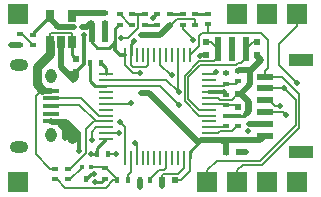
<source format=gtl>
G04 #@! TF.FileFunction,Copper,L1,Top,Signal*
%FSLAX46Y46*%
G04 Gerber Fmt 4.6, Leading zero omitted, Abs format (unit mm)*
G04 Created by KiCad (PCBNEW 4.0.5) date 04/21/17 20:31:44*
%MOMM*%
%LPD*%
G01*
G04 APERTURE LIST*
%ADD10C,0.100000*%
%ADD11R,0.500000X0.600000*%
%ADD12R,0.600000X0.500000*%
%ADD13R,0.600000X0.400000*%
%ADD14R,1.350000X0.400000*%
%ADD15O,0.950000X1.250000*%
%ADD16O,1.550000X1.000000*%
%ADD17R,1.700000X1.700000*%
%ADD18R,0.320000X0.400000*%
%ADD19R,0.420000X0.500000*%
%ADD20R,0.400000X0.600000*%
%ADD21R,0.650000X1.060000*%
%ADD22R,1.300000X0.250000*%
%ADD23R,0.250000X1.300000*%
%ADD24R,0.500000X2.000000*%
%ADD25R,1.400000X0.600000*%
%ADD26R,2.000000X1.000000*%
%ADD27C,0.500000*%
%ADD28C,0.508000*%
%ADD29C,0.300000*%
%ADD30C,0.254000*%
%ADD31C,0.152000*%
%ADD32C,0.762000*%
%ADD33C,0.200000*%
G04 APERTURE END LIST*
D10*
D11*
X141782800Y-79879100D03*
X141782800Y-80979100D03*
D12*
X143087000Y-78168500D03*
X144187000Y-78168500D03*
X154424200Y-87744300D03*
X155524200Y-87744300D03*
X150156000Y-90098880D03*
X149056000Y-90098880D03*
D11*
X155473400Y-83874700D03*
X155473400Y-82774700D03*
X152796240Y-78418600D03*
X152796240Y-79518600D03*
X157068520Y-78421140D03*
X157068520Y-79521140D03*
D13*
X149733000Y-76052260D03*
X149733000Y-76952260D03*
X151858980Y-76037020D03*
X151858980Y-76937020D03*
X138074400Y-78696820D03*
X138074400Y-77796820D03*
X147584160Y-76954800D03*
X147584160Y-76054800D03*
X145448020Y-76052260D03*
X145448020Y-76952260D03*
D14*
X139664880Y-82524180D03*
X139664880Y-83174180D03*
X139664880Y-83824180D03*
X139664880Y-84474180D03*
X139664880Y-85124180D03*
D15*
X139664880Y-81324180D03*
X139664880Y-86324180D03*
D16*
X136964880Y-80324180D03*
X136964880Y-87324180D03*
D17*
X136880600Y-76060300D03*
X136880600Y-90284300D03*
D18*
X143021000Y-89004900D03*
X142221000Y-89004900D03*
D19*
X142621000Y-90004900D03*
D13*
X150804880Y-76042100D03*
X150804880Y-76942100D03*
X152908000Y-76024320D03*
X152908000Y-76924320D03*
X137007600Y-77769300D03*
X137007600Y-78669300D03*
X154470100Y-82856920D03*
X154470100Y-83756920D03*
X154452320Y-81945900D03*
X154452320Y-81045900D03*
X155491180Y-80842700D03*
X155491180Y-81742700D03*
X148645880Y-76954800D03*
X148645880Y-76054800D03*
X155506420Y-85545080D03*
X155506420Y-84645080D03*
X154434540Y-85537460D03*
X154434540Y-84637460D03*
X146502120Y-76952260D03*
X146502120Y-76052260D03*
D20*
X147146860Y-90114120D03*
X148046860Y-90114120D03*
X143524400Y-87896700D03*
X144424400Y-87896700D03*
X143840620Y-80154780D03*
X142940620Y-80154780D03*
D13*
X141097000Y-89123100D03*
X141097000Y-90023100D03*
D20*
X146154560Y-90109040D03*
X145254560Y-90109040D03*
D13*
X140004800Y-89123100D03*
X140004800Y-90023100D03*
X144170400Y-89972300D03*
X144170400Y-89072300D03*
X144221200Y-76815100D03*
X144221200Y-75915100D03*
X143027400Y-76815100D03*
X143027400Y-75915100D03*
D21*
X139527240Y-78389660D03*
X140477240Y-78389660D03*
X141427240Y-78389660D03*
X141427240Y-76189660D03*
X139527240Y-76189660D03*
D22*
X152986740Y-86635980D03*
X152986740Y-86135980D03*
X152986740Y-85635980D03*
X152986740Y-85135980D03*
X152986740Y-84635980D03*
X152986740Y-84135980D03*
X152986740Y-83635980D03*
X152986740Y-83135980D03*
X152986740Y-82635980D03*
X152986740Y-82135980D03*
X152986740Y-81635980D03*
X152986740Y-81135980D03*
D23*
X151386740Y-79535980D03*
X150886740Y-79535980D03*
X150386740Y-79535980D03*
X149886740Y-79535980D03*
X149386740Y-79535980D03*
X148886740Y-79535980D03*
X148386740Y-79535980D03*
X147886740Y-79535980D03*
X147386740Y-79535980D03*
X146886740Y-79535980D03*
X146386740Y-79535980D03*
X145886740Y-79535980D03*
D22*
X144286740Y-81135980D03*
X144286740Y-81635980D03*
X144286740Y-82135980D03*
X144286740Y-82635980D03*
X144286740Y-83135980D03*
X144286740Y-83635980D03*
X144286740Y-84135980D03*
X144286740Y-84635980D03*
X144286740Y-85135980D03*
X144286740Y-85635980D03*
X144286740Y-86135980D03*
X144286740Y-86635980D03*
D23*
X145886740Y-88235980D03*
X146386740Y-88235980D03*
X146886740Y-88235980D03*
X147386740Y-88235980D03*
X147886740Y-88235980D03*
X148386740Y-88235980D03*
X148886740Y-88235980D03*
X149386740Y-88235980D03*
X149886740Y-88235980D03*
X150386740Y-88235980D03*
X150886740Y-88235980D03*
X151386740Y-88235980D03*
D24*
X153740000Y-78999080D03*
X154940000Y-78999080D03*
X156140000Y-78999080D03*
D25*
X157715820Y-86335240D03*
X157715820Y-85335240D03*
X157715820Y-84335240D03*
X157715820Y-83335240D03*
X157715820Y-82335240D03*
X157715820Y-81335240D03*
D26*
X160840820Y-79935240D03*
X160840820Y-87735240D03*
D17*
X160502600Y-90284300D03*
X160502600Y-76060300D03*
X157962600Y-76060300D03*
X157962600Y-90284300D03*
X152882600Y-90284300D03*
X155422600Y-90284300D03*
X155422600Y-76060300D03*
D27*
X148310121Y-76354382D03*
X157426347Y-79959860D03*
X156402496Y-85315134D03*
X142391553Y-77846202D03*
X146695418Y-78296861D03*
X142011400Y-87604600D03*
X155923824Y-80813500D03*
X152247600Y-79565500D03*
X145408730Y-86118700D03*
X141503400Y-81622900D03*
X140741400Y-80759300D03*
X141097000Y-81114900D03*
X144221200Y-77330300D03*
X143332200Y-90258900D03*
X147142200Y-90690700D03*
X149072600Y-90614500D03*
X136220200Y-78676500D03*
X141963026Y-86098816D03*
X141390293Y-86584973D03*
X140794080Y-85760560D03*
X140794080Y-86577780D03*
X141325600Y-85595460D03*
X140937321Y-85207181D03*
X156356539Y-85925670D03*
X156184600Y-87744300D03*
X156184600Y-84520900D03*
X149048625Y-77543450D03*
X147232609Y-77788852D03*
X143044743Y-87898915D03*
X147193000Y-81038700D03*
X147269200Y-82715100D03*
X154249160Y-82635980D03*
X154452320Y-81045900D03*
X140259051Y-77126471D03*
X140995400Y-77126471D03*
X141579600Y-77126471D03*
X142265400Y-77126471D03*
X143285241Y-89608581D03*
X160476682Y-81877739D03*
X149860000Y-81216500D03*
X145566766Y-78095949D03*
X146441545Y-83571879D03*
X151700102Y-78199460D03*
X153568400Y-80962500D03*
X159360531Y-82275299D03*
X159497591Y-84587114D03*
X150432769Y-82654655D03*
X158993107Y-83825039D03*
X150444125Y-83710787D03*
X145459259Y-85184359D03*
X143130417Y-86668312D03*
X145110200Y-87922100D03*
X146735800Y-86982300D03*
D28*
X157176348Y-80209859D02*
X157426347Y-79959860D01*
X156572707Y-80813500D02*
X157176348Y-80209859D01*
X156524100Y-80813500D02*
X156572707Y-80813500D01*
X157176348Y-79709861D02*
X157426347Y-79959860D01*
X157068520Y-79521140D02*
X157068520Y-79602033D01*
X157068520Y-79602033D02*
X157176348Y-79709861D01*
D29*
X148609703Y-76054800D02*
X148560120Y-76104383D01*
X148645880Y-76054800D02*
X148609703Y-76054800D01*
X148560120Y-76104383D02*
X148310121Y-76354382D01*
D28*
X140937321Y-85207181D02*
X140411200Y-85207181D01*
X140411200Y-85207181D02*
X139747881Y-85207181D01*
X140411200Y-85377680D02*
X140411200Y-85207181D01*
X140794080Y-85760560D02*
X140411200Y-85377680D01*
X139747881Y-85207181D02*
X139664880Y-85124180D01*
X140937321Y-85207181D02*
X140937321Y-85617319D01*
X140937321Y-85617319D02*
X140794080Y-85760560D01*
X140954760Y-85760560D02*
X141237787Y-86043587D01*
X141237787Y-86043587D02*
X141773727Y-86043587D01*
X140794080Y-85760560D02*
X140954760Y-85760560D01*
X140794080Y-85760560D02*
X140794080Y-86577780D01*
X141325600Y-85595460D02*
X140937321Y-85207181D01*
X141773727Y-86584973D02*
X141773727Y-86043587D01*
X141773727Y-86043587D02*
X141325600Y-85595460D01*
X141390293Y-86584973D02*
X141773727Y-86584973D01*
X141963026Y-86098816D02*
X141876450Y-86098816D01*
X141876450Y-86098816D02*
X141390293Y-86584973D01*
X156422602Y-85335240D02*
X156402496Y-85315134D01*
X157715820Y-85335240D02*
X156422602Y-85335240D01*
D29*
X154434540Y-84637460D02*
X155498800Y-84637460D01*
X155498800Y-84637460D02*
X155506420Y-84645080D01*
D28*
X156184600Y-84520900D02*
X156434599Y-84270901D01*
X156434599Y-84270901D02*
X156434599Y-83519317D01*
X156434599Y-83519317D02*
X155689982Y-82774700D01*
X155473400Y-82774700D02*
X155689982Y-82774700D01*
X155689982Y-82774700D02*
X156524100Y-81940582D01*
X156524100Y-81940582D02*
X156524100Y-80813500D01*
X155923824Y-80813500D02*
X155520380Y-80813500D01*
X155520380Y-80813500D02*
X155491180Y-80842700D01*
X155923824Y-80813500D02*
X156524100Y-80813500D01*
D29*
X142405100Y-80306800D02*
X142405100Y-77859749D01*
X142405100Y-77859749D02*
X142391553Y-77846202D01*
X141782800Y-80979100D02*
X141782800Y-80929100D01*
X141782800Y-80929100D02*
X142405100Y-80306800D01*
D30*
X146386740Y-79535980D02*
X146386740Y-78605539D01*
X146445419Y-78546860D02*
X146695418Y-78296861D01*
X146386740Y-78605539D02*
X146445419Y-78546860D01*
D29*
X142011400Y-87604600D02*
X142011400Y-86147190D01*
X142011400Y-86147190D02*
X141963026Y-86098816D01*
D30*
X144170400Y-89972300D02*
X143883800Y-90258900D01*
X143883800Y-90258900D02*
X143332200Y-90258900D01*
X155570271Y-80813500D02*
X155923824Y-80813500D01*
X155525718Y-80813500D02*
X155570271Y-80813500D01*
X155486133Y-80853085D02*
X155525718Y-80813500D01*
D29*
X152294500Y-79518600D02*
X152247600Y-79565500D01*
X152796240Y-79518600D02*
X152294500Y-79518600D01*
D31*
X145391450Y-86135980D02*
X145408730Y-86118700D01*
X144286740Y-86135980D02*
X145391450Y-86135980D01*
D28*
X144187000Y-78168500D02*
X144187000Y-76849300D01*
X144187000Y-76849300D02*
X144221200Y-76815100D01*
X141503400Y-81622900D02*
X141503400Y-81521300D01*
X141503400Y-81521300D02*
X141097000Y-81114900D01*
X141782800Y-80979100D02*
X141782800Y-81343500D01*
X141782800Y-81343500D02*
X141503400Y-81622900D01*
X140741400Y-80759300D02*
X141097000Y-81114900D01*
X140477240Y-80495140D02*
X140741400Y-80759300D01*
X141097000Y-81114900D02*
X141647000Y-81114900D01*
X141647000Y-81114900D02*
X141782800Y-80979100D01*
X140477240Y-78389660D02*
X140477240Y-80495140D01*
D30*
X144221200Y-77330300D02*
X144221200Y-76815100D01*
D28*
X147146860Y-90114120D02*
X147146860Y-90686040D01*
X147146860Y-90686040D02*
X147142200Y-90690700D01*
X149056000Y-90098880D02*
X149056000Y-90597900D01*
X149056000Y-90597900D02*
X149072600Y-90614500D01*
D31*
X155470860Y-82693420D02*
X155872860Y-82693420D01*
X155872860Y-82693420D02*
X156184600Y-83005160D01*
X156184600Y-84167347D02*
X156184600Y-84520900D01*
X156184600Y-83005160D02*
X156184600Y-84167347D01*
X155470860Y-82693420D02*
X155470860Y-82743420D01*
X154929359Y-83284921D02*
X153937681Y-83284921D01*
X155470860Y-82743420D02*
X154929359Y-83284921D01*
X153937681Y-83284921D02*
X153788740Y-83135980D01*
X153788740Y-83135980D02*
X152986740Y-83135980D01*
D28*
X137007600Y-78669300D02*
X136227400Y-78669300D01*
X136227400Y-78669300D02*
X136220200Y-78676500D01*
D32*
X141307820Y-86502500D02*
X141390293Y-86584973D01*
X141307820Y-86296500D02*
X141307820Y-86502500D01*
D31*
X146594700Y-80545940D02*
X146386740Y-80337980D01*
D28*
X155524200Y-87744300D02*
X156184600Y-87744300D01*
D30*
X147146860Y-90114120D02*
X147146860Y-90214120D01*
X149056000Y-90098880D02*
X149006000Y-90098880D01*
X156060420Y-84645080D02*
X156184600Y-84520900D01*
X148645880Y-76054800D02*
X148697100Y-76054800D01*
X155506420Y-84645080D02*
X156060420Y-84645080D01*
D31*
X146594700Y-80545940D02*
X147678780Y-80545940D01*
X147678780Y-80545940D02*
X147886740Y-80337980D01*
X147886740Y-80337980D02*
X147886740Y-79535980D01*
X146386740Y-79535980D02*
X146386740Y-80337980D01*
X149207720Y-89545160D02*
X150379560Y-89545160D01*
X150379560Y-89545160D02*
X150886740Y-89037980D01*
X150886740Y-89037980D02*
X150886740Y-88235980D01*
X149056000Y-90098880D02*
X149056000Y-89696880D01*
X149056000Y-89696880D02*
X149207720Y-89545160D01*
D33*
X145886740Y-79535980D02*
X145886740Y-80385980D01*
X145886740Y-80385980D02*
X146539460Y-81038700D01*
X146539460Y-81038700D02*
X146839447Y-81038700D01*
X146839447Y-81038700D02*
X147193000Y-81038700D01*
D29*
X145014481Y-79088721D02*
X145014481Y-78393221D01*
X145461740Y-79535980D02*
X145014481Y-79088721D01*
X145886740Y-79535980D02*
X145461740Y-79535980D01*
D28*
X147232609Y-77788852D02*
X148896408Y-77788852D01*
X148896408Y-77788852D02*
X149733000Y-76952260D01*
D30*
X149048625Y-77543450D02*
X148796408Y-77788852D01*
X149633000Y-76952260D02*
X149048625Y-77543450D01*
X143087000Y-78168500D02*
X143087000Y-78412748D01*
X143087000Y-78412748D02*
X143567773Y-78893521D01*
X143567773Y-78893521D02*
X144514181Y-78893521D01*
X145014481Y-78393221D02*
X145014481Y-77285799D01*
X144514181Y-78893521D02*
X145014481Y-78393221D01*
X145014481Y-77285799D02*
X145348020Y-76952260D01*
X145348020Y-76952260D02*
X145448020Y-76952260D01*
X148796408Y-77788852D02*
X147586162Y-77788852D01*
X147586162Y-77788852D02*
X147232609Y-77788852D01*
X149733000Y-76952260D02*
X149633000Y-76952260D01*
X143046958Y-87896700D02*
X143044743Y-87898915D01*
X143524400Y-87896700D02*
X143046958Y-87896700D01*
X143285241Y-89608581D02*
X143017319Y-89608581D01*
X143017319Y-89608581D02*
X142621000Y-90004900D01*
X143524400Y-87896700D02*
X143524400Y-87398320D01*
X144286740Y-86635980D02*
X143524400Y-87398320D01*
D28*
X147955000Y-82715100D02*
X147269200Y-82715100D01*
X152120600Y-86880700D02*
X147955000Y-82715100D01*
D30*
X152120600Y-86977120D02*
X151386740Y-87710980D01*
X152369420Y-86728300D02*
X152120600Y-86977120D01*
D28*
X152120600Y-86977120D02*
X152120600Y-86880700D01*
D30*
X156413200Y-86635980D02*
X154406600Y-86635980D01*
X156985259Y-86635980D02*
X156413200Y-86635980D01*
D28*
X157322760Y-86728300D02*
X156413200Y-86728300D01*
X156413200Y-86728300D02*
X156114760Y-86728300D01*
D31*
X156413200Y-86635980D02*
X156413200Y-86728300D01*
X154470100Y-82856920D02*
X154249160Y-82635980D01*
X151766060Y-76492100D02*
X150293160Y-76492100D01*
X150293160Y-76492100D02*
X149833000Y-76952260D01*
X149833000Y-76952260D02*
X149733000Y-76952260D01*
X151858980Y-76937020D02*
X151858980Y-76585020D01*
X151858980Y-76585020D02*
X151766060Y-76492100D01*
D29*
X152986740Y-82635980D02*
X154249160Y-82635980D01*
D28*
X140995400Y-77126471D02*
X141579600Y-77126471D01*
X140259051Y-77126471D02*
X140995400Y-77126471D01*
X142265400Y-77126471D02*
X142716029Y-77126471D01*
X143087000Y-78168500D02*
X143087000Y-76874700D01*
X143087000Y-76874700D02*
X143027400Y-76815100D01*
X139527240Y-76189660D02*
X139527240Y-76394660D01*
X139527240Y-76394660D02*
X140259051Y-77126471D01*
X142716029Y-77126471D02*
X143027400Y-76815100D01*
D30*
X138074400Y-77796820D02*
X138074400Y-77642500D01*
X138074400Y-77642500D02*
X139527240Y-76189660D01*
D28*
X156114760Y-86728300D02*
X152369420Y-86728300D01*
X157715820Y-86335240D02*
X157322760Y-86728300D01*
D30*
X154314280Y-86728300D02*
X154406600Y-86635980D01*
X154152600Y-86889980D02*
X154314280Y-86728300D01*
D28*
X154314280Y-86728300D02*
X154424200Y-86838220D01*
X154424200Y-86838220D02*
X154424200Y-87744300D01*
D30*
X152461740Y-86635980D02*
X152369420Y-86728300D01*
X154424200Y-87169440D02*
X154424200Y-86653580D01*
X154424200Y-86653580D02*
X154406600Y-86635980D01*
X154152600Y-86897840D02*
X154424200Y-87169440D01*
X153890740Y-86635980D02*
X154152600Y-86897840D01*
X154406600Y-86635980D02*
X153890740Y-86635980D01*
X154152600Y-86897840D02*
X154152600Y-86889980D01*
X157715820Y-86335240D02*
X157285999Y-86335240D01*
X157285999Y-86335240D02*
X156985259Y-86635980D01*
X153890740Y-86635980D02*
X152986740Y-86635980D01*
X152986740Y-86635980D02*
X152461740Y-86635980D01*
X151386740Y-87710980D02*
X151386740Y-88235980D01*
X154424200Y-87169440D02*
X154424200Y-87888000D01*
D31*
X150156000Y-90098880D02*
X150608000Y-90098880D01*
X150608000Y-90098880D02*
X151386740Y-89320140D01*
X151386740Y-89320140D02*
X151386740Y-89037980D01*
X151386740Y-89037980D02*
X151386740Y-88235980D01*
X144274698Y-90736902D02*
X144902560Y-90109040D01*
X140104800Y-90023100D02*
X140818602Y-90736902D01*
X140004800Y-90023100D02*
X140104800Y-90023100D01*
X140818602Y-90736902D02*
X144274698Y-90736902D01*
X144902560Y-90109040D02*
X145254560Y-90109040D01*
X143021000Y-89004900D02*
X144103000Y-89004900D01*
X144103000Y-89004900D02*
X144170400Y-89072300D01*
X144170400Y-89072300D02*
X144317820Y-89072300D01*
X144317820Y-89072300D02*
X145254560Y-90009040D01*
X145254560Y-90009040D02*
X145254560Y-90109040D01*
X142221000Y-89004900D02*
X142221000Y-89044900D01*
X142221000Y-89044900D02*
X141242800Y-90023100D01*
X141242800Y-90023100D02*
X141097000Y-90023100D01*
X141097000Y-90023100D02*
X141197000Y-90023100D01*
X154452320Y-81945900D02*
X155286583Y-81945900D01*
X155286583Y-81945900D02*
X155506551Y-81725932D01*
X152986740Y-82135980D02*
X154262240Y-82135980D01*
X154262240Y-82135980D02*
X154452320Y-81945900D01*
X153953340Y-85971380D02*
X154980120Y-85971380D01*
X154980120Y-85971380D02*
X155406420Y-85545080D01*
X155406420Y-85545080D02*
X155506420Y-85545080D01*
X152986740Y-86135980D02*
X153788740Y-86135980D01*
X153788740Y-86135980D02*
X153953340Y-85971380D01*
D28*
X143027400Y-75915100D02*
X141701800Y-75915100D01*
X141701800Y-75915100D02*
X141427240Y-76189660D01*
X144221200Y-75915100D02*
X143027400Y-75915100D01*
D31*
X160226683Y-81627740D02*
X160476682Y-81877739D01*
X158953200Y-80354257D02*
X160226683Y-81627740D01*
X158953200Y-78611700D02*
X158953200Y-80354257D01*
X160502600Y-77062300D02*
X158953200Y-78611700D01*
X160502600Y-76060300D02*
X160502600Y-77062300D01*
X148886740Y-79535980D02*
X148886740Y-80337980D01*
X148886740Y-80337980D02*
X149765260Y-81216500D01*
X149765260Y-81216500D02*
X149860000Y-81216500D01*
X139527240Y-78389660D02*
X139527240Y-77707660D01*
X139527240Y-77707660D02*
X139603241Y-77631659D01*
X139603241Y-77631659D02*
X141351239Y-77631659D01*
X141351239Y-77631659D02*
X141427240Y-77707660D01*
X141427240Y-77707660D02*
X141427240Y-78389660D01*
D30*
X141427240Y-78389660D02*
X141427240Y-79523540D01*
X141427240Y-79523540D02*
X141782800Y-79879100D01*
D32*
X139527240Y-78389660D02*
X139527240Y-79441917D01*
X139527240Y-79441917D02*
X138410656Y-80558501D01*
X138410656Y-80558501D02*
X138410656Y-81971436D01*
X138410656Y-81971436D02*
X138880399Y-82441179D01*
D31*
X138747920Y-82524180D02*
X138880399Y-82441179D01*
X138880399Y-82441179D02*
X139664880Y-82524180D01*
D28*
X139664880Y-82524180D02*
X139153480Y-82524180D01*
D31*
X138328400Y-82943700D02*
X138747920Y-82524180D01*
X138328400Y-87898700D02*
X138328400Y-82943700D01*
X140004800Y-89123100D02*
X139552800Y-89123100D01*
X139552800Y-89123100D02*
X138328400Y-87898700D01*
X154470100Y-83756920D02*
X155434360Y-83756920D01*
X155434360Y-83756920D02*
X155470860Y-83793420D01*
X152986740Y-83635980D02*
X154349160Y-83635980D01*
X154349160Y-83635980D02*
X154470100Y-83756920D01*
X153740000Y-79749080D02*
X153740000Y-78999080D01*
X152156603Y-80055817D02*
X153433263Y-80055817D01*
X150943389Y-81269031D02*
X152156603Y-80055817D01*
X152986740Y-84635980D02*
X152184740Y-84635980D01*
X153433263Y-80055817D02*
X153740000Y-79749080D01*
X152184740Y-84635980D02*
X150943389Y-83394629D01*
X150943389Y-83394629D02*
X150943389Y-81269031D01*
X152796240Y-78418600D02*
X153159520Y-78418600D01*
X153159520Y-78418600D02*
X153740000Y-78999080D01*
X155738000Y-80151080D02*
X156140000Y-79749080D01*
X155501134Y-80151080D02*
X155738000Y-80151080D01*
X151247399Y-81394957D02*
X152282528Y-80359828D01*
X151247399Y-83198639D02*
X151247399Y-81394957D01*
X156140000Y-79749080D02*
X156140000Y-78999080D01*
X155292386Y-80359828D02*
X155501134Y-80151080D01*
X152184740Y-84135980D02*
X151247399Y-83198639D01*
X152282528Y-80359828D02*
X155292386Y-80359828D01*
X152986740Y-84135980D02*
X152184740Y-84135980D01*
X157068520Y-78421140D02*
X156717940Y-78421140D01*
X156717940Y-78421140D02*
X156140000Y-78999080D01*
X145920319Y-78095949D02*
X145566766Y-78095949D01*
X147030121Y-77252918D02*
X146187090Y-78095949D01*
X147015200Y-76054800D02*
X147030121Y-76069721D01*
X147030121Y-76069721D02*
X147030121Y-77252918D01*
X146187090Y-78095949D02*
X145920319Y-78095949D01*
X146377444Y-83635980D02*
X146441545Y-83571879D01*
X144286740Y-83635980D02*
X146377444Y-83635980D01*
D30*
X147015200Y-76054800D02*
X146504660Y-76054800D01*
X147584160Y-76054800D02*
X147015200Y-76054800D01*
X146504660Y-76054800D02*
X146502120Y-76052260D01*
D31*
X152882600Y-90284300D02*
X152882600Y-89282300D01*
X152882600Y-89282300D02*
X153658600Y-88506300D01*
X153658600Y-88506300D02*
X157315278Y-88506300D01*
X157315278Y-88506300D02*
X160365461Y-85456117D01*
X160365461Y-85456117D02*
X160365461Y-83280229D01*
X160365461Y-83280229D02*
X159610530Y-82525298D01*
X159610530Y-82525298D02*
X159360531Y-82275299D01*
X150804880Y-77304238D02*
X151450103Y-77949461D01*
X151733072Y-78072908D02*
X151733072Y-78166490D01*
X151733072Y-78166490D02*
X151700102Y-78199460D01*
X150804880Y-76942100D02*
X150804880Y-77304238D01*
X151450103Y-77949461D02*
X151700102Y-78199460D01*
X153394920Y-81135980D02*
X153568400Y-80962500D01*
X152986740Y-81135980D02*
X153394920Y-81135980D01*
X157715820Y-82335240D02*
X159300590Y-82335240D01*
X159300590Y-82335240D02*
X159360531Y-82275299D01*
X150804880Y-76942100D02*
X150704880Y-76942100D01*
X159247592Y-84337115D02*
X159497591Y-84587114D01*
X159245717Y-84335240D02*
X159247592Y-84337115D01*
X159156400Y-84335240D02*
X159245717Y-84335240D01*
X144286740Y-81635980D02*
X145088740Y-81635980D01*
X145088740Y-81635980D02*
X145129422Y-81595298D01*
X145129422Y-81595298D02*
X146619780Y-81595298D01*
X146619780Y-81595298D02*
X146634200Y-81609718D01*
X159156400Y-84335240D02*
X159232887Y-84335240D01*
X157715820Y-84335240D02*
X159156400Y-84335240D01*
X150386740Y-79535980D02*
X150386740Y-82608626D01*
X150386740Y-82608626D02*
X150432769Y-82654655D01*
X149387832Y-81609718D02*
X146634200Y-81609718D01*
X146634200Y-81609718D02*
X146491985Y-81609718D01*
X150432769Y-82654655D02*
X149387832Y-81609718D01*
X157715820Y-83335240D02*
X158115820Y-83335240D01*
X158605619Y-83825039D02*
X158993107Y-83825039D01*
X158115820Y-83335240D02*
X158605619Y-83825039D01*
X144286740Y-82135980D02*
X148869318Y-82135980D01*
X150194126Y-83460788D02*
X150444125Y-83710787D01*
X148869318Y-82135980D02*
X150194126Y-83460788D01*
D30*
X142940620Y-81739320D02*
X143337280Y-82135980D01*
X143337280Y-82135980D02*
X144286740Y-82135980D01*
X142940620Y-80154780D02*
X142940620Y-81739320D01*
D31*
X139664880Y-83174180D02*
X142198594Y-83174180D01*
X142198594Y-83174180D02*
X143660394Y-84635980D01*
X143660394Y-84635980D02*
X144286740Y-84635980D01*
X141097000Y-89123100D02*
X141220833Y-89123100D01*
X142574530Y-87769403D02*
X142574530Y-85809570D01*
X141220833Y-89123100D02*
X142574530Y-87769403D01*
X142574530Y-85809570D02*
X143248120Y-85135980D01*
X143248120Y-85135980D02*
X143586200Y-85135980D01*
X143484740Y-85135980D02*
X143586200Y-85135980D01*
X143586200Y-85135980D02*
X144286740Y-85135980D01*
X139664880Y-83824180D02*
X139784009Y-83705051D01*
X139784009Y-83705051D02*
X142019041Y-83705051D01*
X142019041Y-83705051D02*
X143449970Y-85135980D01*
X143449970Y-85135980D02*
X143484740Y-85135980D01*
X145709258Y-85434358D02*
X145459259Y-85184359D01*
X145886740Y-85611840D02*
X145709258Y-85434358D01*
X145886740Y-88235980D02*
X145886740Y-85611840D01*
X143130417Y-86314759D02*
X143130417Y-86668312D01*
X143130417Y-85990303D02*
X143130417Y-86314759D01*
X144286740Y-85635980D02*
X143484740Y-85635980D01*
X143484740Y-85635980D02*
X143130417Y-85990303D01*
X152986740Y-85635980D02*
X154336020Y-85635980D01*
X154336020Y-85635980D02*
X154434540Y-85537460D01*
X148819831Y-89241149D02*
X148046860Y-90014120D01*
X149183571Y-89241149D02*
X148819831Y-89241149D01*
X148046860Y-90014120D02*
X148046860Y-90114120D01*
X149386740Y-89037980D02*
X149183571Y-89241149D01*
X149386740Y-88235980D02*
X149386740Y-89037980D01*
X145110200Y-87922100D02*
X144449800Y-87922100D01*
X144449800Y-87922100D02*
X144424400Y-87896700D01*
X146886740Y-88235980D02*
X146886740Y-87133240D01*
X146886740Y-87133240D02*
X146735800Y-86982300D01*
D30*
X144286740Y-81135980D02*
X144286740Y-80600900D01*
X144286740Y-80600900D02*
X143840620Y-80154780D01*
D31*
X146154560Y-90109040D02*
X146154560Y-89657040D01*
X146154560Y-89657040D02*
X146386740Y-89424860D01*
X146386740Y-89424860D02*
X146386740Y-89037980D01*
X146386740Y-89037980D02*
X146386740Y-88235980D01*
D30*
X151858980Y-76037020D02*
X152895300Y-76037020D01*
X152895300Y-76037020D02*
X152908000Y-76024320D01*
D31*
X137007600Y-77769300D02*
X137146880Y-77769300D01*
X137146880Y-77769300D02*
X138074400Y-78696820D01*
D30*
X147584160Y-76954800D02*
X148645880Y-76954800D01*
D31*
X146502120Y-76952260D02*
X146348020Y-76952260D01*
X146348020Y-76952260D02*
X145448020Y-76052260D01*
D30*
X149733000Y-76052260D02*
X150794720Y-76052260D01*
X150794720Y-76052260D02*
X150804880Y-76042100D01*
D31*
X155422600Y-90284300D02*
X155422600Y-89282300D01*
X155422600Y-89282300D02*
X155894590Y-88810310D01*
X155894590Y-88810310D02*
X157529726Y-88810310D01*
X157529726Y-88810310D02*
X160675850Y-85664186D01*
X160675850Y-85664186D02*
X160675850Y-82788368D01*
X160675850Y-82788368D02*
X159222722Y-81335240D01*
X159222722Y-81335240D02*
X158567820Y-81335240D01*
X158567820Y-81335240D02*
X157715820Y-81335240D01*
X152178112Y-77897360D02*
X152387399Y-77688073D01*
X152178112Y-78744608D02*
X152178112Y-77897360D01*
X151386740Y-79535980D02*
X152178112Y-78744608D01*
X152387399Y-77688073D02*
X152882600Y-77688073D01*
X152882600Y-77688073D02*
X157439871Y-77688073D01*
X152908000Y-76924320D02*
X152908000Y-77662673D01*
X152908000Y-77662673D02*
X152882600Y-77688073D01*
X157715820Y-80883240D02*
X157715820Y-81335240D01*
X157439871Y-77688073D02*
X158026100Y-78274302D01*
X158026100Y-78274302D02*
X158026100Y-80572960D01*
X158026100Y-80572960D02*
X157715820Y-80883240D01*
X152808000Y-76924320D02*
X152908000Y-76924320D01*
M02*

</source>
